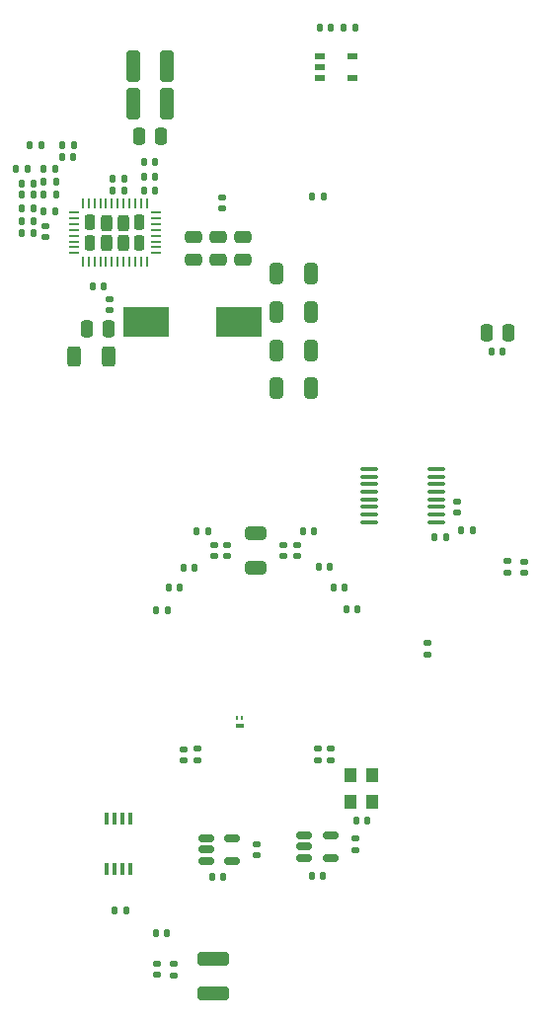
<source format=gbr>
%TF.GenerationSoftware,KiCad,Pcbnew,8.0.1*%
%TF.CreationDate,2024-07-15T09:21:23+08:00*%
%TF.ProjectId,bitaxeUltra,62697461-7865-4556-9c74-72612e6b6963,rev?*%
%TF.SameCoordinates,Original*%
%TF.FileFunction,Paste,Top*%
%TF.FilePolarity,Positive*%
%FSLAX46Y46*%
G04 Gerber Fmt 4.6, Leading zero omitted, Abs format (unit mm)*
G04 Created by KiCad (PCBNEW 8.0.1) date 2024-07-15 09:21:23*
%MOMM*%
%LPD*%
G01*
G04 APERTURE LIST*
G04 Aperture macros list*
%AMRoundRect*
0 Rectangle with rounded corners*
0 $1 Rounding radius*
0 $2 $3 $4 $5 $6 $7 $8 $9 X,Y pos of 4 corners*
0 Add a 4 corners polygon primitive as box body*
4,1,4,$2,$3,$4,$5,$6,$7,$8,$9,$2,$3,0*
0 Add four circle primitives for the rounded corners*
1,1,$1+$1,$2,$3*
1,1,$1+$1,$4,$5*
1,1,$1+$1,$6,$7*
1,1,$1+$1,$8,$9*
0 Add four rect primitives between the rounded corners*
20,1,$1+$1,$2,$3,$4,$5,0*
20,1,$1+$1,$4,$5,$6,$7,0*
20,1,$1+$1,$6,$7,$8,$9,0*
20,1,$1+$1,$8,$9,$2,$3,0*%
G04 Aperture macros list end*
%ADD10RoundRect,0.250000X-0.325000X-0.650000X0.325000X-0.650000X0.325000X0.650000X-0.325000X0.650000X0*%
%ADD11RoundRect,0.250000X0.475000X-0.250000X0.475000X0.250000X-0.475000X0.250000X-0.475000X-0.250000X0*%
%ADD12RoundRect,0.135000X0.135000X0.185000X-0.135000X0.185000X-0.135000X-0.185000X0.135000X-0.185000X0*%
%ADD13RoundRect,0.250000X-1.100000X0.325000X-1.100000X-0.325000X1.100000X-0.325000X1.100000X0.325000X0*%
%ADD14RoundRect,0.140000X-0.140000X-0.170000X0.140000X-0.170000X0.140000X0.170000X-0.140000X0.170000X0*%
%ADD15RoundRect,0.140000X0.140000X0.170000X-0.140000X0.170000X-0.140000X-0.170000X0.140000X-0.170000X0*%
%ADD16RoundRect,0.140000X0.170000X-0.140000X0.170000X0.140000X-0.170000X0.140000X-0.170000X-0.140000X0*%
%ADD17RoundRect,0.140000X-0.170000X0.140000X-0.170000X-0.140000X0.170000X-0.140000X0.170000X0.140000X0*%
%ADD18RoundRect,0.250000X0.312500X0.625000X-0.312500X0.625000X-0.312500X-0.625000X0.312500X-0.625000X0*%
%ADD19RoundRect,0.150000X-0.512500X-0.150000X0.512500X-0.150000X0.512500X0.150000X-0.512500X0.150000X0*%
%ADD20RoundRect,0.135000X-0.135000X-0.185000X0.135000X-0.185000X0.135000X0.185000X-0.135000X0.185000X0*%
%ADD21R,0.250000X0.400000*%
%ADD22R,0.700000X0.400000*%
%ADD23RoundRect,0.250000X-0.250000X-0.475000X0.250000X-0.475000X0.250000X0.475000X-0.250000X0.475000X0*%
%ADD24RoundRect,0.250000X-0.325000X-1.100000X0.325000X-1.100000X0.325000X1.100000X-0.325000X1.100000X0*%
%ADD25R,1.100000X1.300000*%
%ADD26RoundRect,0.250000X-0.650000X0.325000X-0.650000X-0.325000X0.650000X-0.325000X0.650000X0.325000X0*%
%ADD27RoundRect,0.135000X0.185000X-0.135000X0.185000X0.135000X-0.185000X0.135000X-0.185000X-0.135000X0*%
%ADD28R,0.400000X1.100000*%
%ADD29RoundRect,0.135000X-0.185000X0.135000X-0.185000X-0.135000X0.185000X-0.135000X0.185000X0.135000X0*%
%ADD30RoundRect,0.100000X-0.637500X-0.100000X0.637500X-0.100000X0.637500X0.100000X-0.637500X0.100000X0*%
%ADD31R,4.000000X2.600000*%
%ADD32RoundRect,0.220588X0.229412X-0.429412X0.229412X0.429412X-0.229412X0.429412X-0.229412X-0.429412X0*%
%ADD33RoundRect,0.232843X0.242157X-0.467157X0.242157X0.467157X-0.242157X0.467157X-0.242157X-0.467157X0*%
%ADD34RoundRect,0.062500X0.062500X-0.337500X0.062500X0.337500X-0.062500X0.337500X-0.062500X-0.337500X0*%
%ADD35RoundRect,0.062500X0.337500X-0.062500X0.337500X0.062500X-0.337500X0.062500X-0.337500X-0.062500X0*%
%ADD36R,0.952500X0.558800*%
G04 APERTURE END LIST*
D10*
%TO.C,C20*%
X107435000Y-81120000D03*
X110385000Y-81120000D03*
%TD*%
D11*
%TO.C,C15*%
X100360000Y-79860000D03*
X100360000Y-77960000D03*
%TD*%
D12*
%TO.C,R21*%
X122010000Y-103710000D03*
X120990000Y-103710000D03*
%TD*%
D13*
%TO.C,C51*%
X102045000Y-139815000D03*
X102045000Y-142765000D03*
%TD*%
D14*
%TO.C,C9*%
X96090000Y-72760000D03*
X97050000Y-72760000D03*
%TD*%
D15*
%TO.C,C41*%
X101570000Y-103154000D03*
X100610000Y-103154000D03*
%TD*%
D16*
%TO.C,C42*%
X100655438Y-122810000D03*
X100655438Y-121850000D03*
%TD*%
D17*
%TO.C,C40*%
X108072400Y-104360000D03*
X108072400Y-105320000D03*
%TD*%
D15*
%TO.C,C46*%
X99161000Y-108024000D03*
X98201000Y-108024000D03*
%TD*%
D17*
%TO.C,C39*%
X102110000Y-104360000D03*
X102110000Y-105320000D03*
%TD*%
D18*
%TO.C,R12*%
X93012500Y-88210000D03*
X90087500Y-88210000D03*
%TD*%
D17*
%TO.C,C13*%
X87630000Y-77010000D03*
X87630000Y-77970000D03*
%TD*%
D11*
%TO.C,C14*%
X104580000Y-79880000D03*
X104580000Y-77980000D03*
%TD*%
D19*
%TO.C,U6*%
X101392500Y-129520000D03*
X101392500Y-130470000D03*
X101392500Y-131420000D03*
X103667500Y-131420000D03*
X103667500Y-129520000D03*
%TD*%
D20*
%TO.C,R1*%
X85590000Y-75500000D03*
X86610000Y-75500000D03*
%TD*%
D21*
%TO.C,Q1*%
X104505000Y-119200000D03*
X104055000Y-119200000D03*
D22*
X104280000Y-119900000D03*
%TD*%
D12*
%TO.C,R8*%
X90070000Y-70100000D03*
X89050000Y-70100000D03*
%TD*%
%TO.C,R11*%
X94390000Y-72930000D03*
X93370000Y-72930000D03*
%TD*%
D10*
%TO.C,C18*%
X107435000Y-87660000D03*
X110385000Y-87660000D03*
%TD*%
D23*
%TO.C,C24*%
X125440000Y-86180000D03*
X127340000Y-86180000D03*
%TD*%
D11*
%TO.C,C16*%
X102480000Y-79860000D03*
X102480000Y-77960000D03*
%TD*%
D16*
%TO.C,C45*%
X99525438Y-122820000D03*
X99525438Y-121860000D03*
%TD*%
D17*
%TO.C,C10*%
X102750000Y-74560000D03*
X102750000Y-75520000D03*
%TD*%
D20*
%TO.C,R2*%
X85110000Y-72100000D03*
X86130000Y-72100000D03*
%TD*%
D16*
%TO.C,C35*%
X112140000Y-122790000D03*
X112140000Y-121830000D03*
%TD*%
D24*
%TO.C,C4*%
X95125000Y-66550000D03*
X98075000Y-66550000D03*
%TD*%
D14*
%TO.C,C6*%
X96090000Y-74000000D03*
X97050000Y-74000000D03*
%TD*%
%TO.C,C25*%
X125910000Y-87790000D03*
X126870000Y-87790000D03*
%TD*%
D25*
%TO.C,U7*%
X115680000Y-126370000D03*
X115680000Y-124070000D03*
X113780000Y-124070000D03*
X113780000Y-126370000D03*
%TD*%
D14*
%TO.C,C27*%
X101940000Y-132840000D03*
X102900000Y-132840000D03*
%TD*%
D12*
%TO.C,R7*%
X88520000Y-74320000D03*
X87500000Y-74320000D03*
%TD*%
D15*
%TO.C,C29*%
X115270000Y-128010000D03*
X114310000Y-128010000D03*
%TD*%
D17*
%TO.C,C12*%
X93100000Y-83280000D03*
X93100000Y-84240000D03*
%TD*%
D26*
%TO.C,C43*%
X105670000Y-103375000D03*
X105670000Y-106325000D03*
%TD*%
D27*
%TO.C,R25*%
X98640000Y-141260000D03*
X98640000Y-140240000D03*
%TD*%
D17*
%TO.C,C22*%
X128670000Y-105770000D03*
X128670000Y-106730000D03*
%TD*%
D28*
%TO.C,U10*%
X94870000Y-127840000D03*
X94220000Y-127840000D03*
X93570000Y-127840000D03*
X92920000Y-127840000D03*
X92920000Y-132140000D03*
X93570000Y-132140000D03*
X94220000Y-132140000D03*
X94870000Y-132140000D03*
%TD*%
D15*
%TO.C,C8*%
X90040000Y-71130000D03*
X89080000Y-71130000D03*
%TD*%
D20*
%TO.C,R5*%
X87490000Y-75720000D03*
X88510000Y-75720000D03*
%TD*%
D12*
%TO.C,R6*%
X88510000Y-72100000D03*
X87490000Y-72100000D03*
%TD*%
D19*
%TO.C,U5*%
X109843500Y-129279000D03*
X109843500Y-130229000D03*
X109843500Y-131179000D03*
X112118500Y-131179000D03*
X112118500Y-129279000D03*
%TD*%
D17*
%TO.C,C49*%
X122930000Y-100640000D03*
X122930000Y-101600000D03*
%TD*%
D12*
%TO.C,R9*%
X94400000Y-73990000D03*
X93380000Y-73990000D03*
%TD*%
D17*
%TO.C,C38*%
X103240000Y-104360000D03*
X103240000Y-105320000D03*
%TD*%
D15*
%TO.C,C23*%
X114200000Y-60030000D03*
X113240000Y-60030000D03*
%TD*%
D10*
%TO.C,C19*%
X107435000Y-84400000D03*
X110385000Y-84400000D03*
%TD*%
D20*
%TO.C,R4*%
X85590000Y-73360000D03*
X86610000Y-73360000D03*
%TD*%
D29*
%TO.C,R17*%
X120380000Y-112750000D03*
X120380000Y-113770000D03*
%TD*%
D14*
%TO.C,C7*%
X96110000Y-71540000D03*
X97070000Y-71540000D03*
%TD*%
D12*
%TO.C,R13*%
X86600000Y-77640000D03*
X85580000Y-77640000D03*
%TD*%
D17*
%TO.C,C53*%
X97200000Y-140250000D03*
X97200000Y-141210000D03*
%TD*%
D15*
%TO.C,C48*%
X98090000Y-109925000D03*
X97130000Y-109925000D03*
%TD*%
%TO.C,C28*%
X114410000Y-109860000D03*
X113450000Y-109860000D03*
%TD*%
D30*
%TO.C,U9*%
X115427500Y-97855000D03*
X115427500Y-98505000D03*
X115427500Y-99155000D03*
X115427500Y-99805000D03*
X115427500Y-100455000D03*
X115427500Y-101105000D03*
X115427500Y-101755000D03*
X115427500Y-102405000D03*
X121152500Y-102405000D03*
X121152500Y-101755000D03*
X121152500Y-101105000D03*
X121152500Y-100455000D03*
X121152500Y-99805000D03*
X121152500Y-99155000D03*
X121152500Y-98505000D03*
X121152500Y-97855000D03*
%TD*%
D20*
%TO.C,R24*%
X93560000Y-135710000D03*
X94580000Y-135710000D03*
%TD*%
D14*
%TO.C,C5*%
X86310000Y-70110000D03*
X87270000Y-70110000D03*
%TD*%
D15*
%TO.C,C34*%
X112010000Y-106266000D03*
X111050000Y-106266000D03*
%TD*%
D31*
%TO.C,L1*%
X96295000Y-85255000D03*
X104245000Y-85255000D03*
%TD*%
D10*
%TO.C,C17*%
X107415000Y-90910000D03*
X110365000Y-90910000D03*
%TD*%
D14*
%TO.C,C26*%
X110481000Y-132739000D03*
X111441000Y-132739000D03*
%TD*%
D15*
%TO.C,C47*%
X124270000Y-103110000D03*
X123310000Y-103110000D03*
%TD*%
D16*
%TO.C,C33*%
X111000000Y-122790000D03*
X111000000Y-121830000D03*
%TD*%
D17*
%TO.C,C37*%
X109190000Y-104360000D03*
X109190000Y-105320000D03*
%TD*%
D15*
%TO.C,C1*%
X92650000Y-82220000D03*
X91690000Y-82220000D03*
%TD*%
%TO.C,C36*%
X110695000Y-103146000D03*
X109735000Y-103146000D03*
%TD*%
D20*
%TO.C,R15*%
X110480000Y-74510000D03*
X111500000Y-74510000D03*
%TD*%
D32*
%TO.C,U2*%
X91480000Y-78490000D03*
X95680000Y-78490000D03*
D33*
X92880000Y-78440000D03*
X94280000Y-78440000D03*
X92880000Y-76740000D03*
X94280000Y-76740000D03*
D32*
X91480000Y-76690000D03*
X95680000Y-76690000D03*
D34*
X90830000Y-80090000D03*
X91330000Y-80090000D03*
X91830000Y-80090000D03*
X92330000Y-80090000D03*
X92830000Y-80090000D03*
X93330000Y-80090000D03*
X93830000Y-80090000D03*
X94330000Y-80090000D03*
X94830000Y-80090000D03*
X95330000Y-80090000D03*
X95830000Y-80090000D03*
X96330000Y-80090000D03*
D35*
X97080000Y-79340000D03*
X97080000Y-78840000D03*
X97080000Y-78340000D03*
X97080000Y-77840000D03*
X97080000Y-77340000D03*
X97080000Y-76840000D03*
X97080000Y-76340000D03*
X97080000Y-75840000D03*
D34*
X96330000Y-75090000D03*
X95830000Y-75090000D03*
X95330000Y-75090000D03*
X94830000Y-75090000D03*
X94330000Y-75090000D03*
X93830000Y-75090000D03*
X93330000Y-75090000D03*
X92830000Y-75090000D03*
X92330000Y-75090000D03*
X91830000Y-75090000D03*
X91330000Y-75090000D03*
X90830000Y-75090000D03*
D35*
X90080000Y-75840000D03*
X90080000Y-76340000D03*
X90080000Y-76840000D03*
X90080000Y-77340000D03*
X90080000Y-77840000D03*
X90080000Y-78340000D03*
X90080000Y-78840000D03*
X90080000Y-79340000D03*
%TD*%
D24*
%TO.C,C3*%
X95125000Y-63300000D03*
X98075000Y-63300000D03*
%TD*%
D20*
%TO.C,R3*%
X85590000Y-74330000D03*
X86610000Y-74330000D03*
%TD*%
D12*
%TO.C,R10*%
X88520000Y-73170000D03*
X87500000Y-73170000D03*
%TD*%
D15*
%TO.C,C32*%
X113310000Y-108026000D03*
X112350000Y-108026000D03*
%TD*%
D27*
%TO.C,R16*%
X127240000Y-106770000D03*
X127240000Y-105750000D03*
%TD*%
D15*
%TO.C,C52*%
X98040000Y-137640000D03*
X97080000Y-137640000D03*
%TD*%
D23*
%TO.C,C11*%
X91190000Y-85860000D03*
X93090000Y-85860000D03*
%TD*%
D14*
%TO.C,C21*%
X111140000Y-60030000D03*
X112100000Y-60030000D03*
%TD*%
D20*
%TO.C,R14*%
X85580000Y-76570000D03*
X86600000Y-76570000D03*
%TD*%
D17*
%TO.C,C30*%
X114240000Y-129540000D03*
X114240000Y-130500000D03*
%TD*%
D23*
%TO.C,C2*%
X95650000Y-69350000D03*
X97550000Y-69350000D03*
%TD*%
D15*
%TO.C,C44*%
X100441000Y-106284000D03*
X99481000Y-106284000D03*
%TD*%
D36*
%TO.C,U3*%
X111185050Y-62440200D03*
X111185050Y-63380000D03*
X111185050Y-64319800D03*
X113940950Y-64319800D03*
X113940950Y-62440200D03*
%TD*%
D17*
%TO.C,C31*%
X105750000Y-129990000D03*
X105750000Y-130950000D03*
%TD*%
M02*

</source>
